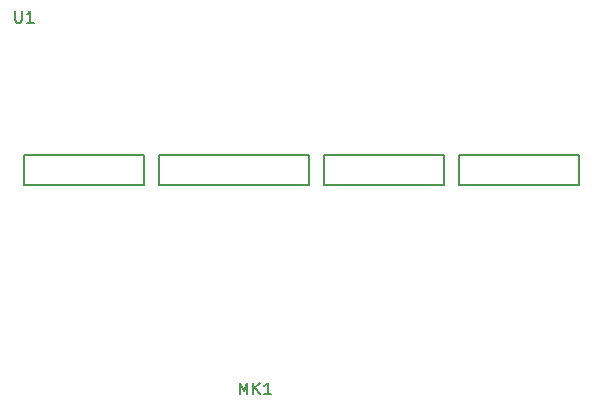
<source format=gbr>
G04 #@! TF.GenerationSoftware,KiCad,Pcbnew,(5.0.0-rc2-dev-586-g888c43477)*
G04 #@! TF.CreationDate,2018-06-04T00:56:57-03:00*
G04 #@! TF.ProjectId,Signal,5369676E616C2E6B696361645F706362,rev?*
G04 #@! TF.SameCoordinates,Original*
G04 #@! TF.FileFunction,Legend,Top*
G04 #@! TF.FilePolarity,Positive*
%FSLAX46Y46*%
G04 Gerber Fmt 4.6, Leading zero omitted, Abs format (unit mm)*
G04 Created by KiCad (PCBNEW (5.0.0-rc2-dev-586-g888c43477)) date 06/04/18 00:56:57*
%MOMM*%
%LPD*%
G01*
G04 APERTURE LIST*
%ADD10C,0.150000*%
G04 APERTURE END LIST*
D10*
X39878000Y-17780000D02*
X39878000Y-20320000D01*
X39878000Y-20320000D02*
X52578000Y-20320000D01*
X52578000Y-20320000D02*
X52578000Y-18034000D01*
X52578000Y-18034000D02*
X52578000Y-17780000D01*
X52578000Y-17780000D02*
X39878000Y-17780000D01*
X38608000Y-17780000D02*
X38608000Y-20320000D01*
X38608000Y-20320000D02*
X28448000Y-20320000D01*
X28448000Y-20320000D02*
X28448000Y-17780000D01*
X28448000Y-17780000D02*
X38608000Y-17780000D01*
X54102000Y-17780000D02*
X53848000Y-17780000D01*
X53848000Y-17780000D02*
X53848000Y-20320000D01*
X53848000Y-20320000D02*
X64008000Y-20320000D01*
X64008000Y-20320000D02*
X64008000Y-17780000D01*
X64008000Y-17780000D02*
X53848000Y-17780000D01*
X65278000Y-17780000D02*
X65278000Y-20320000D01*
X65278000Y-20320000D02*
X75438000Y-20320000D01*
X75438000Y-20320000D02*
X75438000Y-17780000D01*
X75438000Y-17780000D02*
X65278000Y-17780000D01*
X46696476Y-38034380D02*
X46696476Y-37034380D01*
X47029809Y-37748666D01*
X47363142Y-37034380D01*
X47363142Y-38034380D01*
X47839333Y-38034380D02*
X47839333Y-37034380D01*
X48410761Y-38034380D02*
X47982190Y-37462952D01*
X48410761Y-37034380D02*
X47839333Y-37605809D01*
X49363142Y-38034380D02*
X48791714Y-38034380D01*
X49077428Y-38034380D02*
X49077428Y-37034380D01*
X48982190Y-37177238D01*
X48886952Y-37272476D01*
X48791714Y-37320095D01*
X27686095Y-5548380D02*
X27686095Y-6357904D01*
X27733714Y-6453142D01*
X27781333Y-6500761D01*
X27876571Y-6548380D01*
X28067047Y-6548380D01*
X28162285Y-6500761D01*
X28209904Y-6453142D01*
X28257523Y-6357904D01*
X28257523Y-5548380D01*
X29257523Y-6548380D02*
X28686095Y-6548380D01*
X28971809Y-6548380D02*
X28971809Y-5548380D01*
X28876571Y-5691238D01*
X28781333Y-5786476D01*
X28686095Y-5834095D01*
M02*

</source>
